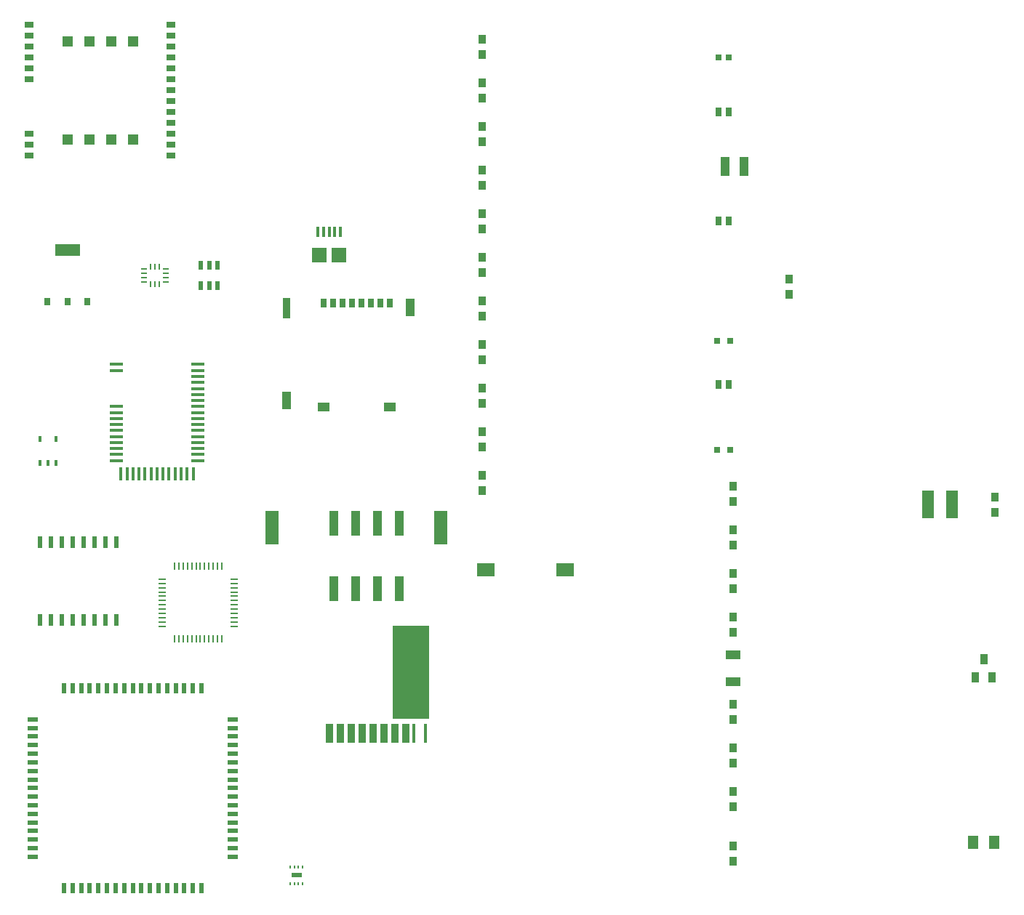
<source format=gbr>
%FSLAX35Y35*%
%MOIN*%
G04 EasyPC Gerber Version 18.0.9 Build 3640 *
%ADD128R,0.00427X0.01450*%
%ADD142R,0.00702X0.01647*%
%ADD137R,0.00860X0.03734*%
%ADD124R,0.00978X0.02651*%
%ADD105R,0.01175X0.04915*%
%ADD135R,0.01569X0.06293*%
%ADD113R,0.01569X0.08655*%
%ADD133R,0.01765X0.03143*%
%ADD129R,0.01962X0.04324*%
%ADD136R,0.02159X0.05584*%
%ADD139R,0.02435X0.04915*%
%ADD107R,0.02750X0.02750*%
%ADD121R,0.02750X0.04324*%
%ADD108R,0.02750X0.04482*%
%ADD122R,0.03143X0.03734*%
%ADD109R,0.03340X0.09443*%
%ADD117R,0.03537X0.03891*%
%ADD126R,0.03537X0.05112*%
%ADD112R,0.03537X0.08655*%
%ADD110R,0.04128X0.08261*%
%ADD115R,0.04324X0.11411*%
%ADD127R,0.04364X0.09049*%
%ADD119R,0.04600X0.04600*%
%ADD141R,0.05112X0.06490*%
%ADD132R,0.05506X0.12986*%
%ADD116R,0.06293X0.15348*%
%ADD106R,0.06687X0.07080*%
%ADD114R,0.16923X0.42907*%
%ADD138R,0.03734X0.00860*%
%ADD125R,0.02651X0.00978*%
%ADD134R,0.06293X0.01569*%
%ADD143R,0.04718X0.02356*%
%ADD140R,0.04915X0.02435*%
%ADD120R,0.02750X0.02750*%
%ADD118R,0.04324X0.03143*%
%ADD131R,0.06694X0.03986*%
%ADD111R,0.05506X0.04128*%
%ADD123R,0.11805X0.05702*%
%ADD130R,0.08183X0.05899*%
X0Y0D02*
D02*
D105*
X150132Y325250D03*
X152691D03*
X155250D03*
X157809D03*
X160368D03*
D02*
D106*
X150722Y314719D03*
X159778D03*
D02*
D107*
X333825Y405250D03*
X338549D03*
D02*
D108*
X152750Y292750D03*
X157081D03*
X161411D03*
X165742D03*
X170073D03*
X174404D03*
X178734D03*
X183065D03*
D02*
D109*
X135644Y290270D03*
D02*
D110*
Y248144D03*
X192297Y290860D03*
D02*
D111*
X152593Y245014D03*
X183222D03*
D02*
D112*
X155250Y95250D03*
X160250D03*
X165250D03*
X170250D03*
X175250D03*
X180250D03*
X185250D03*
X190250D03*
D02*
D113*
X194187D03*
X199305D03*
D02*
D114*
X192809Y123400D03*
D02*
D115*
X157500Y161707D03*
Y191707D03*
X167500Y161707D03*
Y191707D03*
X177500Y161707D03*
Y191707D03*
X187500Y161707D03*
Y191707D03*
D02*
D116*
X128957Y189738D03*
X206516D03*
D02*
D117*
X225250Y206750D03*
Y213750D03*
Y226750D03*
Y233750D03*
Y246750D03*
Y253750D03*
Y266750D03*
Y273750D03*
Y286750D03*
Y293750D03*
Y306750D03*
Y313750D03*
Y326750D03*
Y333750D03*
Y346750D03*
Y353750D03*
Y366750D03*
Y373750D03*
Y386750D03*
Y393750D03*
Y406750D03*
Y413750D03*
X340250Y36750D03*
Y43750D03*
Y61750D03*
Y68750D03*
Y81750D03*
Y88750D03*
Y101750D03*
Y108750D03*
Y141750D03*
Y148750D03*
Y161750D03*
Y168750D03*
Y181750D03*
Y188750D03*
Y201750D03*
Y208750D03*
X366187Y296750D03*
Y303750D03*
X460250Y196750D03*
Y203750D03*
D02*
D118*
X17750Y360250D03*
Y365250D03*
Y370250D03*
Y395250D03*
Y400250D03*
Y405250D03*
Y410250D03*
Y415250D03*
Y420250D03*
X82750Y360250D03*
Y365250D03*
Y370250D03*
Y375250D03*
Y380250D03*
Y385250D03*
Y390250D03*
Y395250D03*
Y400250D03*
Y405250D03*
Y410250D03*
Y415250D03*
Y420250D03*
D02*
D119*
X35250Y367789D03*
Y412711D03*
X45250Y367789D03*
Y412711D03*
X55250Y367789D03*
Y412711D03*
X65250Y367789D03*
Y412711D03*
D02*
D120*
X333037Y225250D03*
Y275250D03*
X338943Y225250D03*
Y275250D03*
D02*
D121*
X333687Y380250D03*
X333825Y255250D03*
Y330250D03*
X338411Y380250D03*
X338549Y255250D03*
Y330250D03*
D02*
D122*
X26195Y293439D03*
X35250D03*
X44305D03*
D02*
D123*
X35250Y317061D03*
D02*
D124*
X73370Y301264D03*
Y309236D03*
X75339Y301264D03*
Y309236D03*
X77307Y301264D03*
Y309236D03*
D02*
D125*
X70369Y302297D03*
Y304266D03*
Y306234D03*
Y308203D03*
X80309Y302297D03*
Y304266D03*
Y306234D03*
Y308203D03*
D02*
D126*
X451510Y121116D03*
X455250Y129384D03*
X458990Y121116D03*
D02*
D127*
X336876Y355250D03*
X345498D03*
D02*
D128*
X334888Y240250D03*
X337486D03*
D02*
D129*
X96510Y300750D03*
Y310000D03*
X100250Y300750D03*
Y310000D03*
X103990Y300750D03*
Y310000D03*
D02*
D130*
X227140Y170250D03*
X263360D03*
D02*
D131*
X340250Y119053D03*
Y131447D03*
D02*
D132*
X429837Y200250D03*
X440663D03*
D02*
D133*
X22760Y219250D03*
Y230250D03*
X26500Y219250D03*
X30240D03*
Y230250D03*
D02*
D134*
X57691Y220447D03*
Y223203D03*
Y225959D03*
Y228715D03*
Y231470D03*
Y234226D03*
Y236982D03*
Y239738D03*
Y242494D03*
Y245250D03*
Y261785D03*
Y264541D03*
X95093Y220447D03*
Y223203D03*
Y225959D03*
Y228715D03*
Y231470D03*
Y234226D03*
Y236982D03*
Y239738D03*
Y242494D03*
Y245250D03*
Y248006D03*
Y250762D03*
Y253518D03*
Y256274D03*
Y259030D03*
Y261785D03*
Y264541D03*
D02*
D135*
X59856Y214344D03*
X62612D03*
X65368D03*
X68124D03*
X70880D03*
X73636D03*
X76392D03*
X79148D03*
X81904D03*
X84659D03*
X87415D03*
X90171D03*
X92927D03*
D02*
D136*
X22750Y147376D03*
Y183124D03*
X27750Y147376D03*
Y183124D03*
X32750Y147376D03*
Y183124D03*
X37750Y147376D03*
Y183124D03*
X42750Y147376D03*
Y183124D03*
X47750Y147376D03*
Y183124D03*
X52750Y147376D03*
Y183124D03*
X57750Y147376D03*
Y183124D03*
D02*
D137*
X84423Y138616D03*
Y171884D03*
X86392Y138616D03*
Y171884D03*
X88360Y138616D03*
Y171884D03*
X90329Y138616D03*
Y171884D03*
X92297Y138616D03*
Y171884D03*
X94266Y138616D03*
Y171884D03*
X96234Y138616D03*
Y171884D03*
X98203Y138616D03*
Y171884D03*
X100171Y138616D03*
Y171884D03*
X102140Y138616D03*
Y171884D03*
X104108Y138616D03*
Y171884D03*
X106077Y138616D03*
Y171884D03*
D02*
D138*
X78616Y144423D03*
Y146392D03*
Y148360D03*
Y150329D03*
Y152297D03*
Y154266D03*
Y156234D03*
Y158203D03*
Y160171D03*
Y162140D03*
Y164108D03*
Y166077D03*
X111884Y144423D03*
Y146392D03*
Y148360D03*
Y150329D03*
Y152297D03*
Y154266D03*
Y156234D03*
Y158203D03*
Y160171D03*
Y162140D03*
Y164108D03*
Y166077D03*
D02*
D139*
X33754Y24482D03*
Y116018D03*
X37691Y24482D03*
Y116018D03*
X41628Y24482D03*
Y116018D03*
X45565Y24482D03*
Y116018D03*
X49502Y24482D03*
Y116018D03*
X53439Y24482D03*
Y116018D03*
X57376Y24482D03*
Y116018D03*
X61313Y24482D03*
Y116018D03*
X65250Y24482D03*
Y116018D03*
X69187Y24482D03*
Y116018D03*
X73124Y24482D03*
Y116018D03*
X77061Y24482D03*
Y116018D03*
X80998Y24482D03*
Y116018D03*
X84935Y24482D03*
Y116018D03*
X88872Y24482D03*
Y116018D03*
X92809Y24482D03*
Y116018D03*
X96746Y24482D03*
Y116018D03*
D02*
D140*
X19482Y38754D03*
Y42691D03*
Y46628D03*
Y50565D03*
Y54502D03*
Y58439D03*
Y62376D03*
Y66313D03*
Y70250D03*
Y74187D03*
Y78124D03*
Y82061D03*
Y85998D03*
Y89935D03*
Y93872D03*
Y97809D03*
Y101746D03*
X111018Y38754D03*
Y42691D03*
Y46628D03*
Y50565D03*
Y54502D03*
Y58439D03*
Y62376D03*
Y66313D03*
Y70250D03*
Y74187D03*
Y78124D03*
Y82061D03*
Y85998D03*
Y89935D03*
Y93872D03*
Y97809D03*
Y101746D03*
D02*
D141*
X450329Y45250D03*
X460171D03*
D02*
D142*
X137297Y26514D03*
Y33994D03*
X139266Y26514D03*
Y33994D03*
X141234Y26514D03*
Y33994D03*
X143203Y26514D03*
Y33994D03*
D02*
D143*
X140250Y30254D03*
X0Y0D02*
M02*

</source>
